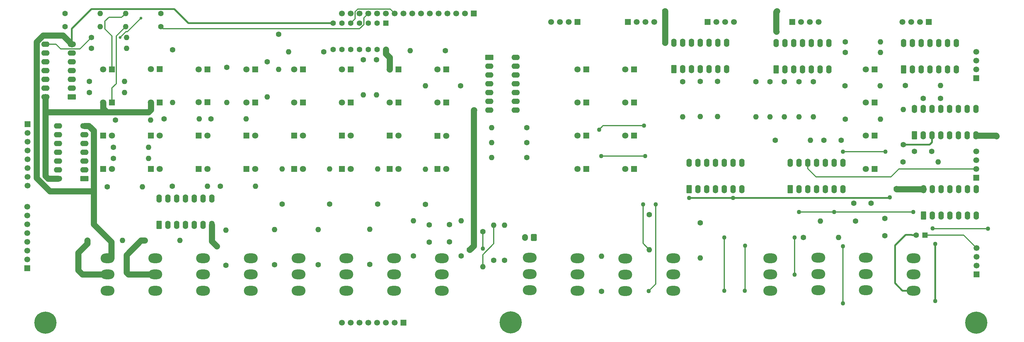
<source format=gbr>
G04 #@! TF.GenerationSoftware,KiCad,Pcbnew,9.0.1*
G04 #@! TF.CreationDate,2025-07-20T11:57:54+10:00*
G04 #@! TF.ProjectId,front panel 9602,66726f6e-7420-4706-916e-656c20393630,rev?*
G04 #@! TF.SameCoordinates,Original*
G04 #@! TF.FileFunction,Copper,L1,Top*
G04 #@! TF.FilePolarity,Positive*
%FSLAX46Y46*%
G04 Gerber Fmt 4.6, Leading zero omitted, Abs format (unit mm)*
G04 Created by KiCad (PCBNEW 9.0.1) date 2025-07-20 11:57:54*
%MOMM*%
%LPD*%
G01*
G04 APERTURE LIST*
G04 Aperture macros list*
%AMRoundRect*
0 Rectangle with rounded corners*
0 $1 Rounding radius*
0 $2 $3 $4 $5 $6 $7 $8 $9 X,Y pos of 4 corners*
0 Add a 4 corners polygon primitive as box body*
4,1,4,$2,$3,$4,$5,$6,$7,$8,$9,$2,$3,0*
0 Add four circle primitives for the rounded corners*
1,1,$1+$1,$2,$3*
1,1,$1+$1,$4,$5*
1,1,$1+$1,$6,$7*
1,1,$1+$1,$8,$9*
0 Add four rect primitives between the rounded corners*
20,1,$1+$1,$2,$3,$4,$5,0*
20,1,$1+$1,$4,$5,$6,$7,0*
20,1,$1+$1,$6,$7,$8,$9,0*
20,1,$1+$1,$8,$9,$2,$3,0*%
G04 Aperture macros list end*
G04 #@! TA.AperFunction,ComponentPad*
%ADD10R,1.800000X1.800000*%
G04 #@! TD*
G04 #@! TA.AperFunction,ComponentPad*
%ADD11C,1.800000*%
G04 #@! TD*
G04 #@! TA.AperFunction,ComponentPad*
%ADD12C,1.600000*%
G04 #@! TD*
G04 #@! TA.AperFunction,ComponentPad*
%ADD13O,1.600000X1.600000*%
G04 #@! TD*
G04 #@! TA.AperFunction,ComponentPad*
%ADD14RoundRect,0.250000X0.950000X0.550000X-0.950000X0.550000X-0.950000X-0.550000X0.950000X-0.550000X0*%
G04 #@! TD*
G04 #@! TA.AperFunction,ComponentPad*
%ADD15O,2.400000X1.600000*%
G04 #@! TD*
G04 #@! TA.AperFunction,ComponentPad*
%ADD16RoundRect,0.250000X-0.550000X0.550000X-0.550000X-0.550000X0.550000X-0.550000X0.550000X0.550000X0*%
G04 #@! TD*
G04 #@! TA.AperFunction,ComponentPad*
%ADD17RoundRect,0.250000X-0.950000X-0.550000X0.950000X-0.550000X0.950000X0.550000X-0.950000X0.550000X0*%
G04 #@! TD*
G04 #@! TA.AperFunction,ComponentPad*
%ADD18RoundRect,0.250000X0.550000X-0.950000X0.550000X0.950000X-0.550000X0.950000X-0.550000X-0.950000X0*%
G04 #@! TD*
G04 #@! TA.AperFunction,ComponentPad*
%ADD19O,1.600000X2.400000*%
G04 #@! TD*
G04 #@! TA.AperFunction,ComponentPad*
%ADD20R,1.600000X1.600000*%
G04 #@! TD*
G04 #@! TA.AperFunction,ComponentPad*
%ADD21C,0.800000*%
G04 #@! TD*
G04 #@! TA.AperFunction,ComponentPad*
%ADD22C,6.400000*%
G04 #@! TD*
G04 #@! TA.AperFunction,ComponentPad*
%ADD23O,4.000000X2.800000*%
G04 #@! TD*
G04 #@! TA.AperFunction,ComponentPad*
%ADD24R,1.700000X1.700000*%
G04 #@! TD*
G04 #@! TA.AperFunction,ComponentPad*
%ADD25C,1.700000*%
G04 #@! TD*
G04 #@! TA.AperFunction,ComponentPad*
%ADD26RoundRect,0.250000X0.600000X0.750000X-0.600000X0.750000X-0.600000X-0.750000X0.600000X-0.750000X0*%
G04 #@! TD*
G04 #@! TA.AperFunction,ComponentPad*
%ADD27O,1.700000X2.000000*%
G04 #@! TD*
G04 #@! TA.AperFunction,ViaPad*
%ADD28C,0.800000*%
G04 #@! TD*
G04 #@! TA.AperFunction,ViaPad*
%ADD29C,1.270000*%
G04 #@! TD*
G04 #@! TA.AperFunction,ViaPad*
%ADD30C,1.778000*%
G04 #@! TD*
G04 #@! TA.AperFunction,Conductor*
%ADD31C,0.304800*%
G04 #@! TD*
G04 #@! TA.AperFunction,Conductor*
%ADD32C,0.508000*%
G04 #@! TD*
G04 #@! TA.AperFunction,Conductor*
%ADD33C,1.778000*%
G04 #@! TD*
G04 APERTURE END LIST*
D10*
X170700000Y-92900000D03*
D11*
X173240000Y-92900000D03*
D10*
X156900000Y-92900000D03*
D11*
X159440000Y-92900000D03*
D10*
X143100000Y-92878000D03*
D11*
X145640000Y-92878000D03*
D10*
X129300000Y-92900000D03*
D11*
X131840000Y-92900000D03*
D10*
X101700000Y-92900000D03*
D11*
X104240000Y-92900000D03*
D10*
X87900000Y-92900000D03*
D11*
X90440000Y-92900000D03*
D10*
X74100000Y-92900000D03*
D11*
X76640000Y-92900000D03*
D10*
X173240000Y-64100000D03*
D11*
X170700000Y-64100000D03*
D10*
X159440000Y-64100000D03*
D11*
X156900000Y-64100000D03*
D10*
X145640000Y-64100000D03*
D11*
X143100000Y-64100000D03*
D10*
X118040000Y-64100000D03*
D11*
X115500000Y-64100000D03*
D10*
X76640000Y-64100000D03*
D11*
X74100000Y-64100000D03*
D10*
X173240000Y-73700000D03*
D11*
X170700000Y-73700000D03*
D10*
X145640000Y-73700000D03*
D11*
X143100000Y-73700000D03*
D10*
X131840000Y-73700000D03*
D11*
X129300000Y-73700000D03*
D10*
X118040000Y-73700000D03*
D11*
X115500000Y-73700000D03*
D10*
X104240000Y-73650000D03*
D11*
X101700000Y-73650000D03*
D10*
X90440000Y-73700000D03*
D11*
X87900000Y-73700000D03*
D10*
X76640000Y-73700000D03*
D11*
X74100000Y-73700000D03*
D10*
X170700000Y-83350000D03*
D11*
X173240000Y-83350000D03*
D10*
X156900000Y-83300000D03*
D11*
X159440000Y-83300000D03*
D10*
X143100000Y-83300000D03*
D11*
X145640000Y-83300000D03*
D10*
X115500000Y-83300000D03*
D11*
X118040000Y-83300000D03*
D10*
X101700000Y-83300000D03*
D11*
X104240000Y-83300000D03*
D10*
X87900000Y-83300000D03*
D11*
X90440000Y-83300000D03*
D10*
X74100000Y-83300000D03*
D11*
X76640000Y-83300000D03*
D10*
X227540000Y-64100000D03*
D11*
X225000000Y-64100000D03*
D10*
X227540000Y-83300000D03*
D11*
X225000000Y-83300000D03*
D10*
X227540000Y-92900000D03*
D11*
X225000000Y-92900000D03*
D10*
X227540000Y-73700000D03*
D11*
X225000000Y-73700000D03*
D10*
X213740000Y-92900000D03*
D11*
X211200000Y-92900000D03*
D10*
X213740000Y-83300000D03*
D11*
X211200000Y-83300000D03*
D10*
X213740000Y-73700000D03*
D11*
X211200000Y-73700000D03*
D10*
X213740000Y-64100000D03*
D11*
X211200000Y-64100000D03*
D10*
X297040000Y-92900000D03*
D11*
X294500000Y-92900000D03*
D10*
X297040000Y-83300000D03*
D11*
X294500000Y-83300000D03*
D10*
X297040000Y-73700000D03*
D11*
X294500000Y-73700000D03*
D10*
X297040000Y-64100000D03*
D11*
X294500000Y-64100000D03*
D12*
X167200000Y-103165000D03*
D13*
X167200000Y-93005000D03*
D12*
X139554000Y-103038000D03*
D13*
X139554000Y-92878000D03*
D12*
X125838000Y-103038000D03*
D13*
X125838000Y-92878000D03*
D12*
X94060000Y-97900000D03*
D13*
X104220000Y-97900000D03*
D12*
X75260000Y-98100000D03*
D13*
X85420000Y-98100000D03*
D12*
X77070000Y-89830000D03*
D13*
X87230000Y-89830000D03*
D12*
X177400000Y-68875000D03*
D13*
X167240000Y-68875000D03*
D12*
X124840000Y-53940000D03*
D13*
X124840000Y-64100000D03*
D12*
X63100000Y-47920000D03*
D13*
X73260000Y-47920000D03*
D12*
X63100000Y-51730000D03*
D13*
X73260000Y-51730000D03*
D12*
X196560000Y-89600000D03*
D13*
X186400000Y-89600000D03*
D12*
X196560000Y-81000000D03*
D13*
X186400000Y-81000000D03*
D12*
X153060000Y-61300000D03*
D13*
X153060000Y-71460000D03*
D12*
X149260000Y-61300000D03*
D13*
X149260000Y-71460000D03*
D12*
X196560000Y-85300000D03*
D13*
X186400000Y-85300000D03*
D12*
X109860000Y-63500000D03*
D13*
X109860000Y-73660000D03*
D12*
X94160000Y-58500000D03*
D13*
X94160000Y-73740000D03*
D12*
X90760000Y-51800000D03*
D13*
X80600000Y-51800000D03*
D12*
X70085000Y-67605000D03*
D13*
X80245000Y-67605000D03*
D12*
X105260000Y-78480000D03*
D13*
X115420000Y-78480000D03*
D12*
X91680000Y-78470000D03*
D13*
X101840000Y-78470000D03*
D12*
X77700000Y-78760000D03*
D13*
X87860000Y-78760000D03*
D12*
X241535000Y-67700000D03*
D13*
X241535000Y-77860000D03*
D12*
X251660000Y-67600000D03*
D13*
X251660000Y-77760000D03*
D12*
X262744000Y-67700000D03*
D13*
X262744000Y-77860000D03*
D12*
X246660000Y-67600000D03*
D13*
X246660000Y-77760000D03*
D12*
X266808000Y-67700000D03*
D13*
X266808000Y-77860000D03*
D12*
X270960000Y-67700000D03*
D13*
X270960000Y-77860000D03*
D12*
X275160000Y-67700000D03*
D13*
X275160000Y-77860000D03*
D12*
X288550000Y-59220000D03*
D13*
X298710000Y-59220000D03*
D12*
X288570000Y-56190000D03*
D13*
X298730000Y-56190000D03*
D12*
X163800000Y-118060000D03*
D13*
X163800000Y-107900000D03*
D12*
X151160000Y-120500000D03*
D13*
X151160000Y-110340000D03*
D12*
X136260000Y-120600000D03*
D13*
X136260000Y-110440000D03*
D12*
X109560000Y-120800000D03*
D13*
X109560000Y-110640000D03*
D12*
X86160000Y-113600000D03*
D13*
X96320000Y-113600000D03*
D12*
X183800000Y-111000000D03*
D13*
X183800000Y-121160000D03*
D12*
X276460000Y-112690000D03*
D13*
X286620000Y-112690000D03*
D12*
X291510000Y-107980000D03*
D13*
X281350000Y-107980000D03*
D12*
X190100000Y-119300000D03*
D13*
X190100000Y-109140000D03*
D12*
X246620000Y-108530000D03*
D13*
X246620000Y-118690000D03*
D12*
X305960000Y-68830000D03*
D13*
X316120000Y-68830000D03*
D12*
X305280000Y-90900000D03*
D13*
X315440000Y-90900000D03*
D14*
X65020000Y-72050000D03*
D15*
X65020000Y-69510000D03*
X65020000Y-66970000D03*
X65020000Y-64430000D03*
X65020000Y-61890000D03*
X65020000Y-59350000D03*
X65020000Y-56810000D03*
X57400000Y-56810000D03*
X57400000Y-59350000D03*
X57400000Y-61890000D03*
X57400000Y-64430000D03*
X57400000Y-66970000D03*
X57400000Y-69510000D03*
X57400000Y-72050000D03*
D16*
X155810000Y-50714000D03*
D12*
X153270000Y-50714000D03*
X150730000Y-50714000D03*
X148190000Y-50714000D03*
X145650000Y-50714000D03*
X143110000Y-50714000D03*
X140570000Y-50714000D03*
X140570000Y-58334000D03*
X143110000Y-58334000D03*
X145650000Y-58334000D03*
X148190000Y-58334000D03*
X150730000Y-58334000D03*
X153270000Y-58334000D03*
X155810000Y-58334000D03*
D17*
X185655000Y-60620000D03*
D15*
X185655000Y-63160000D03*
X185655000Y-65700000D03*
X185655000Y-68240000D03*
X185655000Y-70780000D03*
X185655000Y-73320000D03*
X185655000Y-75860000D03*
X193275000Y-75860000D03*
X193275000Y-73320000D03*
X193275000Y-70780000D03*
X193275000Y-68240000D03*
X193275000Y-65700000D03*
X193275000Y-63160000D03*
X193275000Y-60620000D03*
D18*
X268600000Y-64112500D03*
D19*
X271140000Y-64112500D03*
X273680000Y-64112500D03*
X276220000Y-64112500D03*
X278760000Y-64112500D03*
X281300000Y-64112500D03*
X283840000Y-64112500D03*
X283840000Y-56492500D03*
X281300000Y-56492500D03*
X278760000Y-56492500D03*
X276220000Y-56492500D03*
X273680000Y-56492500D03*
X271140000Y-56492500D03*
X268600000Y-56492500D03*
D18*
X305400000Y-64100000D03*
D19*
X307940000Y-64100000D03*
X310480000Y-64100000D03*
X313020000Y-64100000D03*
X315560000Y-64100000D03*
X318100000Y-64100000D03*
X320640000Y-64100000D03*
X320640000Y-56480000D03*
X318100000Y-56480000D03*
X315560000Y-56480000D03*
X313020000Y-56480000D03*
X310480000Y-56480000D03*
X307940000Y-56480000D03*
X305400000Y-56480000D03*
D14*
X68688000Y-95672000D03*
D15*
X68688000Y-93132000D03*
X68688000Y-90592000D03*
X68688000Y-88052000D03*
X68688000Y-85512000D03*
X68688000Y-82972000D03*
X68688000Y-80432000D03*
X61068000Y-80432000D03*
X61068000Y-82972000D03*
X61068000Y-85512000D03*
X61068000Y-88052000D03*
X61068000Y-90592000D03*
X61068000Y-93132000D03*
X61068000Y-95672000D03*
D18*
X243440000Y-98720000D03*
D19*
X245980000Y-98720000D03*
X248520000Y-98720000D03*
X251060000Y-98720000D03*
X253600000Y-98720000D03*
X256140000Y-98720000D03*
X258680000Y-98720000D03*
X258680000Y-91100000D03*
X256140000Y-91100000D03*
X253600000Y-91100000D03*
X251060000Y-91100000D03*
X248520000Y-91100000D03*
X245980000Y-91100000D03*
X243440000Y-91100000D03*
D18*
X272650000Y-98720000D03*
D19*
X275190000Y-98720000D03*
X277730000Y-98720000D03*
X280270000Y-98720000D03*
X282810000Y-98720000D03*
X285350000Y-98720000D03*
X287890000Y-98720000D03*
X287890000Y-91100000D03*
X285350000Y-91100000D03*
X282810000Y-91100000D03*
X280270000Y-91100000D03*
X277730000Y-91100000D03*
X275190000Y-91100000D03*
X272650000Y-91100000D03*
D18*
X90260000Y-109100000D03*
D19*
X92800000Y-109100000D03*
X95340000Y-109100000D03*
X97880000Y-109100000D03*
X100420000Y-109100000D03*
X102960000Y-109100000D03*
X105500000Y-109100000D03*
X105500000Y-101480000D03*
X102960000Y-101480000D03*
X100420000Y-101480000D03*
X97880000Y-101480000D03*
X95340000Y-101480000D03*
X92800000Y-101480000D03*
X90260000Y-101480000D03*
D18*
X311160000Y-106340000D03*
D19*
X313700000Y-106340000D03*
X316240000Y-106340000D03*
X318780000Y-106340000D03*
X321320000Y-106340000D03*
X323860000Y-106340000D03*
X326400000Y-106340000D03*
X326400000Y-98720000D03*
X323860000Y-98720000D03*
X321320000Y-98720000D03*
X318780000Y-98720000D03*
X316240000Y-98720000D03*
X313700000Y-98720000D03*
X311160000Y-98720000D03*
D18*
X238995000Y-64049000D03*
D19*
X241535000Y-64049000D03*
X244075000Y-64049000D03*
X246615000Y-64049000D03*
X249155000Y-64049000D03*
X251695000Y-64049000D03*
X254235000Y-64049000D03*
X254235000Y-56429000D03*
X251695000Y-56429000D03*
X249155000Y-56429000D03*
X246615000Y-56429000D03*
X244075000Y-56429000D03*
X241535000Y-56429000D03*
X238995000Y-56429000D03*
D12*
X299960000Y-107200000D03*
X299960000Y-112200000D03*
X311060000Y-72500000D03*
X316060000Y-72500000D03*
X308560000Y-87800000D03*
X313560000Y-87800000D03*
X287360000Y-84600000D03*
X282360000Y-84600000D03*
D10*
X90440000Y-64050000D03*
D11*
X87900000Y-64050000D03*
D10*
X159440000Y-73700000D03*
D11*
X156900000Y-73700000D03*
D10*
X115500000Y-92900000D03*
D11*
X118040000Y-92900000D03*
D10*
X104240000Y-64100000D03*
D11*
X101700000Y-64100000D03*
D12*
X70720000Y-58000000D03*
D13*
X80880000Y-58000000D03*
D12*
X288490000Y-68890000D03*
D13*
X298650000Y-68890000D03*
D12*
X288530000Y-78490000D03*
D13*
X298690000Y-78490000D03*
D12*
X77070000Y-86655000D03*
D13*
X87230000Y-86655000D03*
D12*
X90760000Y-47920000D03*
D13*
X80600000Y-47920000D03*
D12*
X121560000Y-61900000D03*
D13*
X121560000Y-72060000D03*
D12*
X153397000Y-103038000D03*
D13*
X153397000Y-92878000D03*
D12*
X137860000Y-59070000D03*
D13*
X127700000Y-59070000D03*
D10*
X131840000Y-64100000D03*
D11*
X129300000Y-64100000D03*
D12*
X107960000Y-97900000D03*
D13*
X118120000Y-97900000D03*
D12*
X172960000Y-58700000D03*
D13*
X162800000Y-58700000D03*
D12*
X70720000Y-54900000D03*
D13*
X80880000Y-54900000D03*
D12*
X123660000Y-120600000D03*
D13*
X123660000Y-110440000D03*
D12*
X268360000Y-84600000D03*
D13*
X278520000Y-84600000D03*
D12*
X279360000Y-67700000D03*
D13*
X279360000Y-77860000D03*
D12*
X177600000Y-118060000D03*
D13*
X177600000Y-107900000D03*
D12*
X69540000Y-113600000D03*
D13*
X79700000Y-113600000D03*
D12*
X231960000Y-106100000D03*
D13*
X231960000Y-116260000D03*
D12*
X187000000Y-119300000D03*
D13*
X187000000Y-109140000D03*
D20*
X311580000Y-112055000D03*
D12*
X309080000Y-112055000D03*
X218160000Y-128280000D03*
D13*
X218160000Y-118120000D03*
D21*
X55000000Y-137400000D03*
X55702944Y-135702944D03*
X55702944Y-139097056D03*
X57400000Y-135000000D03*
D22*
X57400000Y-137400000D03*
D21*
X57400000Y-139800000D03*
X59097056Y-135702944D03*
X59097056Y-139097056D03*
X59800000Y-137400000D03*
X324000000Y-137400000D03*
X324702944Y-135702944D03*
X324702944Y-139097056D03*
X326400000Y-135000000D03*
D22*
X326400000Y-137400000D03*
D21*
X326400000Y-139800000D03*
X328097056Y-135702944D03*
X328097056Y-139097056D03*
X328800000Y-137400000D03*
X189500000Y-137300000D03*
X190202944Y-135602944D03*
X190202944Y-138997056D03*
X191900000Y-134900000D03*
D22*
X191900000Y-137300000D03*
D21*
X191900000Y-139700000D03*
X193597056Y-135602944D03*
X193597056Y-138997056D03*
X194300000Y-137300000D03*
D12*
X174160000Y-109000000D03*
X174160000Y-114000000D03*
X168360000Y-109100000D03*
X168360000Y-114100000D03*
X296018000Y-102784000D03*
X291018000Y-102784000D03*
D10*
X129300000Y-83300000D03*
D11*
X131840000Y-83300000D03*
D12*
X70085000Y-70780000D03*
D13*
X80245000Y-70780000D03*
D23*
X158160000Y-118701000D03*
X158160000Y-123400000D03*
X158160000Y-128100000D03*
D18*
X308560000Y-83220000D03*
D19*
X311100000Y-83220000D03*
X313640000Y-83220000D03*
X316180000Y-83220000D03*
X318720000Y-83220000D03*
X321260000Y-83220000D03*
X323800000Y-83220000D03*
X326340000Y-83220000D03*
X326340000Y-75600000D03*
X323800000Y-75600000D03*
X321260000Y-75600000D03*
X318720000Y-75600000D03*
X316180000Y-75600000D03*
X313640000Y-75600000D03*
X311100000Y-75600000D03*
X308560000Y-75600000D03*
D23*
X102960000Y-118731000D03*
X102960000Y-123430000D03*
X102960000Y-128130000D03*
X211160000Y-128099000D03*
X211160000Y-123400000D03*
X211160000Y-118700000D03*
X308260000Y-118701000D03*
X308260000Y-123400000D03*
X308260000Y-128100000D03*
X294460000Y-127999000D03*
X294460000Y-123300000D03*
X294460000Y-118600000D03*
X171960000Y-118731000D03*
X171960000Y-123430000D03*
X171960000Y-128130000D03*
X238860000Y-128099000D03*
X238860000Y-123400000D03*
X238860000Y-118700000D03*
X224960000Y-128199000D03*
X224960000Y-123500000D03*
X224960000Y-118800000D03*
X197360000Y-118601000D03*
X197360000Y-123300000D03*
X197360000Y-128000000D03*
D12*
X305360000Y-85880000D03*
D13*
X305360000Y-75720000D03*
D23*
X116760000Y-118731000D03*
X116760000Y-123430000D03*
X116760000Y-128130000D03*
X266860000Y-128099000D03*
X266860000Y-123400000D03*
X266860000Y-118700000D03*
X75360000Y-118731000D03*
X75360000Y-123430000D03*
X75360000Y-128130000D03*
X89160000Y-118731000D03*
X89160000Y-123430000D03*
X89160000Y-128130000D03*
X130560000Y-118731000D03*
X130560000Y-123430000D03*
X130560000Y-128130000D03*
X280760000Y-127999000D03*
X280760000Y-123300000D03*
X280760000Y-118600000D03*
X144360000Y-118731000D03*
X144360000Y-123430000D03*
X144360000Y-128130000D03*
D24*
X52200000Y-121580000D03*
D25*
X52200000Y-119040000D03*
X52200000Y-116500000D03*
X52200000Y-113960000D03*
X52200000Y-111420000D03*
X52200000Y-108880000D03*
X52200000Y-106340000D03*
X52200000Y-103800000D03*
D24*
X52228800Y-79924000D03*
D25*
X52228800Y-82464000D03*
X52228800Y-85004000D03*
X52228800Y-87544000D03*
X52228800Y-90084000D03*
X52228800Y-92624000D03*
X52228800Y-95164000D03*
X52228800Y-97704000D03*
D24*
X181210000Y-47920000D03*
D25*
X178670000Y-47920000D03*
X176130000Y-47920000D03*
X173590000Y-47920000D03*
X171050000Y-47920000D03*
X168510000Y-47920000D03*
X165970000Y-47920000D03*
X163430000Y-47920000D03*
X160890000Y-47920000D03*
X158350000Y-47920000D03*
X155810000Y-47920000D03*
X153270000Y-47920000D03*
X150730000Y-47920000D03*
X148190000Y-47920000D03*
X145650000Y-47920000D03*
X143110000Y-47920000D03*
D24*
X225780000Y-50400000D03*
D25*
X228320000Y-50400000D03*
X230860000Y-50400000D03*
X233400000Y-50400000D03*
D24*
X248780000Y-50400000D03*
D25*
X251320000Y-50400000D03*
X253860000Y-50400000D03*
X256400000Y-50400000D03*
D24*
X273280000Y-50400000D03*
D25*
X275820000Y-50400000D03*
X278360000Y-50400000D03*
X280900000Y-50400000D03*
D24*
X160900000Y-137400000D03*
D25*
X158360000Y-137400000D03*
X155820000Y-137400000D03*
X153280000Y-137400000D03*
X150740000Y-137400000D03*
X148200000Y-137400000D03*
X145660000Y-137400000D03*
X143120000Y-137400000D03*
D24*
X312700000Y-50400000D03*
D25*
X310160000Y-50400000D03*
X307620000Y-50400000D03*
X305080000Y-50400000D03*
D24*
X326500000Y-123400000D03*
D25*
X326500000Y-120860000D03*
X326500000Y-118320000D03*
X326500000Y-115780000D03*
D24*
X326400000Y-95440000D03*
D25*
X326400000Y-92900000D03*
X326400000Y-90360000D03*
X326400000Y-87820000D03*
D24*
X326400000Y-66640000D03*
D25*
X326400000Y-64100000D03*
X326400000Y-61560000D03*
X326400000Y-59020000D03*
D24*
X211200000Y-50400000D03*
D25*
X208660000Y-50400000D03*
X206120000Y-50400000D03*
X203580000Y-50400000D03*
D26*
X198550000Y-112715000D03*
D27*
X196050000Y-112715000D03*
D28*
X85030000Y-49300000D03*
X78975000Y-54905000D03*
D29*
X313760000Y-110100000D03*
X329800000Y-110150000D03*
X287890000Y-131740000D03*
X183800000Y-115960000D03*
X287890000Y-115230000D03*
X230740000Y-89195000D03*
X218040000Y-89195000D03*
X217405000Y-81575000D03*
X230360000Y-80387400D03*
D30*
X236455000Y-47285000D03*
X303360000Y-98700000D03*
X268840000Y-47285000D03*
X236460000Y-56400000D03*
X268660000Y-53200000D03*
D29*
X273920000Y-123485000D03*
X314560000Y-131105000D03*
X273920000Y-112690000D03*
X314560000Y-114595000D03*
X259600000Y-115100000D03*
X259560000Y-128100000D03*
D30*
X106915000Y-115230000D03*
X180060000Y-116300000D03*
X181260900Y-75860000D03*
X332285990Y-83425990D03*
D29*
X253560000Y-112700000D03*
X253560000Y-128100000D03*
X231756000Y-128184000D03*
X233760000Y-103200000D03*
X230105000Y-103165000D03*
X256140000Y-101260000D03*
X301422259Y-101100342D03*
X243440000Y-101260000D03*
X275160000Y-105400000D03*
X308210000Y-105324000D03*
X285350000Y-105324000D03*
X300160000Y-87900000D03*
X287890000Y-87925000D03*
D31*
X146920000Y-47410446D02*
X147680446Y-46650000D01*
X145650000Y-50714000D02*
X146920000Y-49444000D01*
X147680446Y-46650000D02*
X157080000Y-46650000D01*
X157080000Y-46650000D02*
X158350000Y-47920000D01*
X146920000Y-49444000D02*
X146920000Y-47410446D01*
X81130489Y-53199511D02*
X85030000Y-49300000D01*
X78975000Y-54905000D02*
X80680489Y-53199511D01*
X80680489Y-53199511D02*
X81130489Y-53199511D01*
X148206555Y-52402999D02*
X149460000Y-51149554D01*
X149460000Y-49190000D02*
X150730000Y-47920000D01*
X90760000Y-51800000D02*
X91362999Y-52402999D01*
X91362999Y-52402999D02*
X148206555Y-52402999D01*
X149460000Y-51149554D02*
X149460000Y-49190000D01*
X287890000Y-115230000D02*
X287890000Y-131740000D01*
D32*
X313810000Y-110150000D02*
X313760000Y-110100000D01*
D31*
X183800000Y-115960000D02*
X183800000Y-111000000D01*
X329800000Y-110150000D02*
X313810000Y-110150000D01*
D33*
X86160000Y-113600000D02*
X85050000Y-113600000D01*
X85050000Y-113600000D02*
X80880000Y-117770000D01*
X80880000Y-117770000D02*
X80880000Y-122850000D01*
X80880000Y-122850000D02*
X81430000Y-123400000D01*
X81430000Y-123400000D02*
X89130000Y-123400000D01*
X89130000Y-123400000D02*
X89160000Y-123430000D01*
D31*
X218040000Y-89195000D02*
X230740000Y-89195000D01*
X229565000Y-80400000D02*
X218580000Y-80400000D01*
X229577600Y-80387400D02*
X229565000Y-80400000D01*
X230360000Y-80387400D02*
X229577600Y-80387400D01*
X218580000Y-80400000D02*
X217405000Y-81575000D01*
D33*
X57385000Y-94910000D02*
X58147000Y-95672000D01*
X303380000Y-98720000D02*
X303360000Y-98700000D01*
X87230000Y-76495000D02*
X87900000Y-75825000D01*
X57385000Y-76495000D02*
X57385000Y-72065000D01*
X57385000Y-76495000D02*
X57385000Y-94910000D01*
X75165000Y-76495000D02*
X57385000Y-76495000D01*
X58147000Y-95672000D02*
X61068000Y-95672000D01*
X75165000Y-76495000D02*
X87230000Y-76495000D01*
X57385000Y-72065000D02*
X57400000Y-72050000D01*
X156900000Y-60694000D02*
X156900000Y-64100000D01*
X268600000Y-53140000D02*
X268660000Y-53200000D01*
X74100000Y-75430000D02*
X75165000Y-76495000D01*
X236455000Y-56395000D02*
X236460000Y-56400000D01*
X311160000Y-98720000D02*
X303380000Y-98720000D01*
D31*
X183800000Y-117750000D02*
X183800000Y-121160000D01*
X187000000Y-114550000D02*
X183800000Y-117750000D01*
D33*
X155810000Y-59604000D02*
X156900000Y-60694000D01*
X74100000Y-73700000D02*
X74100000Y-75430000D01*
X155810000Y-58334000D02*
X155810000Y-59604000D01*
X236455000Y-47285000D02*
X236455000Y-56395000D01*
X87900000Y-75825000D02*
X87900000Y-73700000D01*
X268840000Y-47285000D02*
X268600000Y-47525000D01*
D31*
X187000000Y-109140000D02*
X187000000Y-114550000D01*
D33*
X268600000Y-47525000D02*
X268600000Y-53140000D01*
D32*
X314560000Y-114595000D02*
X314560000Y-131105000D01*
D31*
X273920000Y-112690000D02*
X273920000Y-123485000D01*
X259600000Y-115100000D02*
X259600000Y-128000000D01*
X259560000Y-128040000D02*
X259560000Y-128100000D01*
X259600000Y-128000000D02*
X259560000Y-128040000D01*
D32*
X70720000Y-46650000D02*
X65020000Y-52350000D01*
D33*
X180060000Y-116300000D02*
X181210000Y-115150000D01*
X62480000Y-54270000D02*
X56750000Y-54270000D01*
X68688000Y-80432000D02*
X69958000Y-80432000D01*
D32*
X65020000Y-52350000D02*
X65020000Y-56810000D01*
D33*
X105500000Y-113815000D02*
X106915000Y-115230000D01*
X58655000Y-99355000D02*
X71355000Y-99355000D01*
X326400000Y-83300000D02*
X332160000Y-83300000D01*
X65020000Y-56810000D02*
X62480000Y-54270000D01*
X105500000Y-109100000D02*
X105500000Y-113815000D01*
X54845000Y-56175000D02*
X56750000Y-54270000D01*
D32*
X98774000Y-50714000D02*
X94710000Y-46650000D01*
D33*
X69958000Y-80432000D02*
X71355000Y-81829000D01*
D32*
X140570000Y-50714000D02*
X98774000Y-50714000D01*
D33*
X54845000Y-95545000D02*
X58655000Y-99355000D01*
X332160000Y-83300000D02*
X332285990Y-83425990D01*
X54845000Y-56175000D02*
X54845000Y-95545000D01*
X181210000Y-75910900D02*
X181260900Y-75860000D01*
X76500000Y-114025000D02*
X76500000Y-118700000D01*
X71355000Y-81829000D02*
X71355000Y-99355000D01*
D32*
X94710000Y-46650000D02*
X70720000Y-46650000D01*
D33*
X181210000Y-115150000D02*
X181210000Y-75910900D01*
X71355000Y-108880000D02*
X76500000Y-114025000D01*
X71355000Y-99355000D02*
X71355000Y-108880000D01*
D31*
X253560000Y-128100000D02*
X253560000Y-112700000D01*
X233760000Y-126180000D02*
X233760000Y-103200000D01*
X231756000Y-128184000D02*
X233760000Y-126180000D01*
X230105000Y-103165000D02*
X230105000Y-114405000D01*
X230105000Y-114405000D02*
X231960000Y-116260000D01*
D32*
X301262601Y-101260000D02*
X301422259Y-101100342D01*
X243440000Y-101260000D02*
X256140000Y-101260000D01*
X256140000Y-101260000D02*
X301262601Y-101260000D01*
X313640000Y-85220000D02*
X313640000Y-83220000D01*
X312980000Y-85880000D02*
X313640000Y-85220000D01*
X305360000Y-85880000D02*
X312980000Y-85880000D01*
D31*
X285350000Y-105324000D02*
X308210000Y-105324000D01*
D32*
X275236000Y-105324000D02*
X275160000Y-105400000D01*
D31*
X285350000Y-105324000D02*
X275236000Y-105324000D01*
X280060000Y-95200000D02*
X277730000Y-92870000D01*
X277730000Y-92870000D02*
X277730000Y-91100000D01*
X301760000Y-95200000D02*
X280060000Y-95200000D01*
X326400000Y-92900000D02*
X304060000Y-92900000D01*
X304060000Y-92900000D02*
X301760000Y-95200000D01*
X287890000Y-87925000D02*
X300135000Y-87925000D01*
D32*
X300135000Y-87925000D02*
X300160000Y-87900000D01*
D31*
X76640000Y-64100000D02*
X76640000Y-54475000D01*
X74648089Y-52483089D02*
X74648089Y-50183822D01*
X79448089Y-49071911D02*
X80600000Y-47920000D01*
X76640000Y-54475000D02*
X74648089Y-52483089D01*
X74648089Y-50183822D02*
X75760000Y-49071911D01*
X75760000Y-49071911D02*
X79448089Y-49071911D01*
X77892401Y-68252045D02*
X77892401Y-54507599D01*
X76640000Y-73700000D02*
X76640000Y-69504446D01*
X76640000Y-69504446D02*
X77892401Y-68252045D01*
X77892401Y-54507599D02*
X80600000Y-51800000D01*
X67421920Y-58198080D02*
X70720000Y-54900000D01*
X60470000Y-56810000D02*
X61860000Y-58200000D01*
X61860000Y-58200000D02*
X61861920Y-58198080D01*
X61861920Y-58198080D02*
X67421920Y-58198080D01*
X57400000Y-56810000D02*
X60470000Y-56810000D01*
D33*
X66910000Y-122215000D02*
X68095000Y-123400000D01*
X75330000Y-123400000D02*
X75360000Y-123430000D01*
X69540000Y-114505000D02*
X66910000Y-117135000D01*
X68095000Y-123400000D02*
X75330000Y-123400000D01*
X66910000Y-117135000D02*
X66910000Y-122215000D01*
X69540000Y-113600000D02*
X69540000Y-114505000D01*
D32*
X305992000Y-112000000D02*
X306500000Y-112000000D01*
X302944000Y-125970000D02*
X302944000Y-115048000D01*
X302944000Y-115048000D02*
X305992000Y-112000000D01*
X306500000Y-112000000D02*
X307770000Y-112000000D01*
X307825000Y-112055000D02*
X309080000Y-112055000D01*
X307770000Y-112000000D02*
X307825000Y-112055000D01*
X307825000Y-112055000D02*
X307825000Y-112000000D01*
X305074000Y-128100000D02*
X302944000Y-125970000D01*
X308260000Y-128100000D02*
X305074000Y-128100000D01*
D31*
X326500000Y-115780000D02*
X322775000Y-112055000D01*
X322775000Y-112055000D02*
X311580000Y-112055000D01*
M02*

</source>
